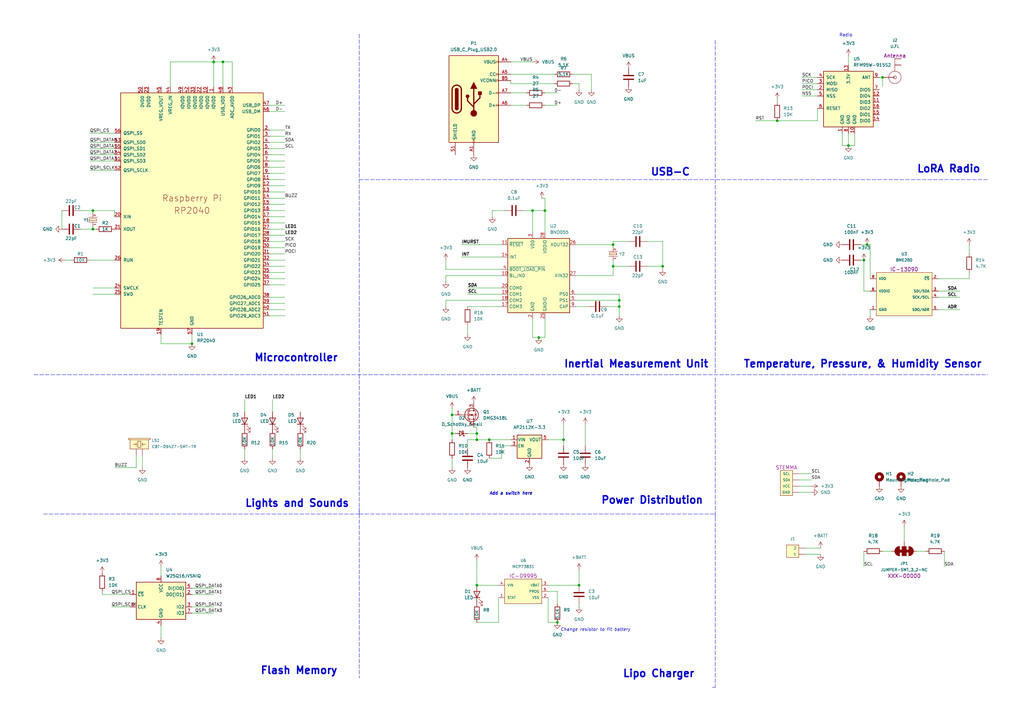
<source format=kicad_sch>
(kicad_sch (version 20211123) (generator eeschema)
  (paper "A3")
  (lib_symbols
    (symbol "Connector:USB_C_Plug_USB2.0" (pin_names (offset 1.016))
      (property "Reference" "P" (at -10.16 19.05 0))
      (property "Value" "USB_C_Plug_USB2.0" (at 12.7 19.05 0))
      (symbol "USB_C_Plug_USB2.0_1_1"
        (pin passive line (at 0 -22.86 90) (length 5.08) (name "GND") (number "A1"))
        (pin passive line (at 0 -22.86 90) (length 5.08) hide (name "GND") (number "A12"))
        (pin passive line (at 15.24 15.24 180) (length 5.08) (name "VBUS") (number "A4"))
        (pin bidirectional line (at 15.24 10.16 180) (length 5.08) (name "CC") (number "A5"))
        (pin bidirectional line (at 15.24 -2.54 180) (length 5.08) (name "D+") (number "A6"))
        (pin bidirectional line (at 15.24 2.54 180) (length 5.08) (name "D-") (number "A7"))
        (pin passive line (at 15.24 15.24 180) (length 5.08) hide (name "VBUS") (number "A9"))
        (pin passive line (at 0 -22.86 90) (length 5.08) hide (name "GND") (number "B1"))
        (pin passive line (at 0 -22.86 90) (length 5.08) hide (name "GND") (number "B12"))
        (pin passive line (at 15.24 15.24 180) (length 5.08) hide (name "VBUS") (number "B4"))
        (pin bidirectional line (at 15.24 7.62 180) (length 5.08) (name "VCONN") (number "B5"))
        (pin passive line (at 15.24 15.24 180) (length 5.08) hide (name "VBUS") (number "B9"))
        (pin passive line (at -7.62 -22.86 90) (length 5.08) (name "SHIELD") (number "S1"))
      )
    )
    (symbol "Device:C" (pin_numbers hide) (pin_names (offset 0.254))
      (property "Reference" "C" (at 0.635 2.54 0))
      (property "Value" "C" (at 0.635 -2.54 0))
      (symbol "C_1_1"
        (pin passive line (at 0 3.81 270) (length 2.794) (name "~") (number "1"))
        (pin passive line (at 0 -3.81 90) (length 2.794) (name "~") (number "2"))
      )
    )
    (symbol "Device:D_Schottky_Small" (pin_numbers hide) (pin_names (offset 0.254) hide)
      (property "Reference" "D" (at -1.27 2.032 0))
      (property "Value" "D_Schottky_Small" (at -7.112 -2.032 0))
      (symbol "D_Schottky_Small_1_1"
        (pin passive line (at -2.54 0 0) (length 1.778) (name "K") (number "1"))
        (pin passive line (at 2.54 0 180) (length 1.778) (name "A") (number "2"))
      )
    )
    (symbol "Device:LED" (pin_numbers hide) (pin_names (offset 1.016) hide)
      (property "Reference" "D" (at 0 2.54 0))
      (property "Value" "LED" (at 0 -2.54 0))
      (symbol "LED_1_1"
        (pin passive line (at -3.81 0 0) (length 2.54) (name "K") (number "1"))
        (pin passive line (at 3.81 0 180) (length 2.54) (name "A") (number "2"))
      )
    )
    (symbol "Device:R" (pin_numbers hide) (pin_names (offset 0))
      (property "Reference" "R" (at 2.032 0 90))
      (property "Value" "R" (at 0 0 90))
      (symbol "R_1_1"
        (pin passive line (at 0 3.81 270) (length 1.27) (name "~") (number "1"))
        (pin passive line (at 0 -3.81 90) (length 1.27) (name "~") (number "2"))
      )
    )
    (symbol "MCU_RaspberryPi_and_Boards:RP2040" (pin_names (offset 1.016))
      (property "Reference" "U" (at -29.21 49.53 0))
      (property "Value" "RP2040" (at 24.13 -49.53 0))
      (symbol "RP2040_0_0"
        (text "Raspberry Pi" (at 0 5.08 0) (effects (font (size 2.54 2.54))))
        (text "RP2040" (at 0 0 0) (effects (font (size 2.54 2.54))))
      )
      (symbol "RP2040_1_1"
        (pin power_in line (at 8.89 50.8 270) (length 2.54) (name "IOVDD") (number "1"))
        (pin power_in line (at 6.35 50.8 270) (length 2.54) (name "IOVDD") (number "10"))
        (pin bidirectional line (at 31.75 12.7 180) (length 2.54) (name "GPIO8") (number "11"))
        (pin bidirectional line (at 31.75 10.16 180) (length 2.54) (name "GPIO9") (number "12"))
        (pin bidirectional line (at 31.75 7.62 180) (length 2.54) (name "GPIO10") (number "13"))
        (pin bidirectional line (at 31.75 5.08 180) (length 2.54) (name "GPIO11") (number "14"))
        (pin bidirectional line (at 31.75 2.54 180) (length 2.54) (name "GPIO12") (number "15"))
        (pin bidirectional line (at 31.75 0 180) (length 2.54) (name "GPIO13") (number "16"))
        (pin bidirectional line (at 31.75 -2.54 180) (length 2.54) (name "GPIO14") (number "17"))
        (pin bidirectional line (at 31.75 -5.08 180) (length 2.54) (name "GPIO15") (number "18"))
        (pin passive line (at -12.7 -50.8 90) (length 2.54) (name "TESTEN") (number "19"))
        (pin bidirectional line (at 31.75 33.02 180) (length 2.54) (name "GPIO0") (number "2"))
        (pin input line (at -31.75 -2.54 0) (length 2.54) (name "XIN") (number "20"))
        (pin passive line (at -31.75 -7.62 0) (length 2.54) (name "XOUT") (number "21"))
        (pin power_in line (at 3.81 50.8 270) (length 2.54) (name "IOVDD") (number "22"))
        (pin power_in line (at -17.78 50.8 270) (length 2.54) (name "DVDD") (number "23"))
        (pin output line (at -31.75 -31.75 0) (length 2.54) (name "SWCLK") (number "24"))
        (pin bidirectional line (at -31.75 -34.29 0) (length 2.54) (name "SWD") (number "25"))
        (pin input line (at -31.75 -20.32 0) (length 2.54) (name "RUN") (number "26"))
        (pin bidirectional line (at 31.75 -7.62 180) (length 2.54) (name "GPIO16") (number "27"))
        (pin bidirectional line (at 31.75 -10.16 180) (length 2.54) (name "GPIO17") (number "28"))
        (pin bidirectional line (at 31.75 -12.7 180) (length 2.54) (name "GPIO18") (number "29"))
        (pin bidirectional line (at 31.75 30.48 180) (length 2.54) (name "GPIO1") (number "3"))
        (pin bidirectional line (at 31.75 -15.24 180) (length 2.54) (name "GPIO19") (number "30"))
        (pin bidirectional line (at 31.75 -17.78 180) (length 2.54) (name "GPIO20") (number "31"))
        (pin bidirectional line (at 31.75 -20.32 180) (length 2.54) (name "GPIO21") (number "32"))
        (pin power_in line (at 1.27 50.8 270) (length 2.54) (name "IOVDD") (number "33"))
        (pin bidirectional line (at 31.75 -22.86 180) (length 2.54) (name "GPIO22") (number "34"))
        (pin bidirectional line (at 31.75 -25.4 180) (length 2.54) (name "GPIO23") (number "35"))
        (pin bidirectional line (at 31.75 -27.94 180) (length 2.54) (name "GPIO24") (number "36"))
        (pin bidirectional line (at 31.75 -30.48 180) (length 2.54) (name "GPIO25") (number "37"))
        (pin bidirectional line (at 31.75 -35.56 180) (length 2.54) (name "GPIO26_ADC0") (number "38"))
        (pin bidirectional line (at 31.75 -38.1 180) (length 2.54) (name "GPIO27_ADC1") (number "39"))
        (pin bidirectional line (at 31.75 27.94 180) (length 2.54) (name "GPIO2") (number "4"))
        (pin bidirectional line (at 31.75 -40.64 180) (length 2.54) (name "GPIO28_ADC2") (number "40"))
        (pin bidirectional line (at 31.75 -43.18 180) (length 2.54) (name "GPIO29_ADC3") (number "41"))
        (pin power_in line (at -1.27 50.8 270) (length 2.54) (name "IOVDD") (number "42"))
        (pin power_in line (at 16.51 50.8 270) (length 2.54) (name "ADC_AVDD") (number "43"))
        (pin power_in line (at -8.89 50.8 270) (length 2.54) (name "VREG_IN") (number "44"))
        (pin power_out line (at -12.7 50.8 270) (length 2.54) (name "VREG_VOUT") (number "45"))
        (pin bidirectional line (at 31.75 40.64 180) (length 2.54) (name "USB_DM") (number "46"))
        (pin bidirectional line (at 31.75 43.18 180) (length 2.54) (name "USB_DP") (number "47"))
        (pin power_in line (at 12.7 50.8 270) (length 2.54) (name "USB_VDD") (number "48"))
        (pin power_in line (at -3.81 50.8 270) (length 2.54) (name "IOVDD") (number "49"))
        (pin bidirectional line (at 31.75 25.4 180) (length 2.54) (name "GPIO3") (number "5"))
        (pin power_in line (at -20.32 50.8 270) (length 2.54) (name "DVDD") (number "50"))
        (pin bidirectional line (at -31.75 20.32 0) (length 2.54) (name "QSPI_SD3") (number "51"))
        (pin output line (at -31.75 16.51 0) (length 2.54) (name "QSPI_SCLK") (number "52"))
        (pin bidirectional line (at -31.75 27.94 0) (length 2.54) (name "QSPI_SD0") (number "53"))
        (pin bidirectional line (at -31.75 22.86 0) (length 2.54) (name "QSPI_SD2") (number "54"))
        (pin bidirectional line (at -31.75 25.4 0) (length 2.54) (name "QSPI_SD1") (number "55"))
        (pin bidirectional line (at -31.75 31.75 0) (length 2.54) (name "QSPI_SS") (number "56"))
        (pin power_in line (at 0 -50.8 90) (length 2.54) (name "GND") (number "57"))
        (pin bidirectional line (at 31.75 22.86 180) (length 2.54) (name "GPIO4") (number "6"))
        (pin bidirectional line (at 31.75 20.32 180) (length 2.54) (name "GPIO5") (number "7"))
        (pin bidirectional line (at 31.75 17.78 180) (length 2.54) (name "GPIO6") (number "8"))
        (pin bidirectional line (at 31.75 15.24 180) (length 2.54) (name "GPIO7") (number "9"))
      )
    )
    (symbol "Mechanical:MountingHole_Pad" (pin_numbers hide) (pin_names (offset 1.016) hide)
      (property "Reference" "H" (at 0 6.35 0))
      (property "Value" "MountingHole_Pad" (at 0 4.445 0))
      (symbol "MountingHole_Pad_1_1"
        (pin input line (at 0 -2.54 90) (length 2.54) (name "1") (number "1"))
      )
    )
    (symbol "Memory_Flash:W25Q32JVSS"
      (property "Reference" "U" (at -8.89 8.89 0))
      (property "Value" "W25Q32JVSS" (at 7.62 8.89 0))
      (symbol "W25Q32JVSS_1_1"
        (pin input line (at -12.7 2.54 0) (length 2.54) (name "~{CS}") (number "1"))
        (pin bidirectional line (at 12.7 2.54 180) (length 2.54) (name "DO(IO1)") (number "2"))
        (pin bidirectional line (at 12.7 -2.54 180) (length 2.54) (name "IO2") (number "3"))
        (pin power_in line (at 0 -10.16 90) (length 2.54) (name "GND") (number "4"))
        (pin bidirectional line (at 12.7 5.08 180) (length 2.54) (name "DI(IO0)") (number "5"))
        (pin input line (at -12.7 -2.54 0) (length 2.54) (name "CLK") (number "6"))
        (pin bidirectional line (at 12.7 -5.08 180) (length 2.54) (name "IO3") (number "7"))
        (pin power_in line (at 0 10.16 270) (length 2.54) (name "VCC") (number "8"))
      )
    )
    (symbol "RF_Module:RFM95W-915S2" (pin_names (offset 1.016))
      (property "Reference" "U" (at -10.414 11.684 0))
      (property "Value" "RFM95W-915S2" (at 1.524 11.43 0))
      (symbol "RFM95W-915S2_1_1"
        (pin power_in line (at -2.54 -15.24 90) (length 2.54) (name "GND") (number "1"))
        (pin power_in line (at 2.54 -15.24 90) (length 2.54) (name "GND") (number "10"))
        (pin bidirectional line (at 12.7 -2.54 180) (length 2.54) (name "DIO3") (number "11"))
        (pin bidirectional line (at 12.7 0 180) (length 2.54) (name "DIO4") (number "12"))
        (pin power_in line (at 0 12.7 270) (length 2.54) (name "3.3V") (number "13"))
        (pin bidirectional line (at 12.7 -10.16 180) (length 2.54) (name "DIO0") (number "14"))
        (pin bidirectional line (at 12.7 -7.62 180) (length 2.54) (name "DIO1") (number "15"))
        (pin bidirectional line (at 12.7 -5.08 180) (length 2.54) (name "DIO2") (number "16"))
        (pin output line (at -12.7 2.54 0) (length 2.54) (name "MISO") (number "2"))
        (pin input line (at -12.7 5.08 0) (length 2.54) (name "MOSI") (number "3"))
        (pin input line (at -12.7 7.62 0) (length 2.54) (name "SCK") (number "4"))
        (pin input line (at -12.7 0 0) (length 2.54) (name "NSS") (number "5"))
        (pin bidirectional line (at -12.7 -5.08 0) (length 2.54) (name "RESET") (number "6"))
        (pin bidirectional line (at 12.7 2.54 180) (length 2.54) (name "DIO5") (number "7"))
        (pin power_in line (at 0 -15.24 90) (length 2.54) (name "GND") (number "8"))
        (pin bidirectional line (at 12.7 7.62 180) (length 2.54) (name "ANT") (number "9"))
      )
    )
    (symbol "Regulator_Linear:AP2112K-3.3" (pin_names (offset 0.254))
      (property "Reference" "U" (at -5.08 5.715 0))
      (property "Value" "AP2112K-3.3" (at 0 5.715 0))
      (symbol "AP2112K-3.3_1_1"
        (pin power_in line (at -7.62 2.54 0) (length 2.54) (name "VIN") (number "1"))
        (pin power_in line (at 0 -7.62 90) (length 2.54) (name "GND") (number "2"))
        (pin input line (at -7.62 0 0) (length 2.54) (name "EN") (number "3"))
        (pin no_connect line (at 5.08 0 180) (length 2.54) hide (name "NC") (number "4"))
        (pin power_out line (at 7.62 2.54 180) (length 2.54) (name "VOUT") (number "5"))
      )
    )
    (symbol "Sensor_Motion:BNO055"
      (property "Reference" "U" (at -11.43 16.51 0))
      (property "Value" "BNO055" (at 12.7 16.51 0))
      (symbol "BNO055_1_1"
        (pin no_connect line (at -12.7 10.16 0) (length 2.54) hide (name "PIN1") (number "1"))
        (pin output line (at -15.24 0 0) (length 2.54) (name "BL_IND") (number "10"))
        (pin input line (at -15.24 12.7 0) (length 2.54) (name "~{RESET}") (number "11"))
        (pin no_connect line (at 12.7 10.16 180) (length 2.54) hide (name "PIN12") (number "12"))
        (pin no_connect line (at 12.7 7.62 180) (length 2.54) hide (name "PIN13") (number "13"))
        (pin output line (at -15.24 7.62 0) (length 2.54) (name "INT") (number "14"))
        (pin passive line (at 2.54 -17.78 90) (length 2.54) hide (name "GNDIO") (number "15"))
        (pin passive line (at 2.54 -17.78 90) (length 2.54) hide (name "GNDIO") (number "16"))
        (pin input line (at -15.24 -12.7 0) (length 2.54) (name "COM3") (number "17"))
        (pin bidirectional line (at -15.24 -10.16 0) (length 2.54) (name "COM2") (number "18"))
        (pin bidirectional line (at -15.24 -7.62 0) (length 2.54) (name "COM1") (number "19"))
        (pin power_in line (at -2.54 -17.78 90) (length 2.54) (name "GND") (number "2"))
        (pin bidirectional line (at -15.24 -5.08 0) (length 2.54) (name "COM0") (number "20"))
        (pin no_connect line (at 12.7 5.08 180) (length 2.54) hide (name "PIN21") (number "21"))
        (pin no_connect line (at 12.7 2.54 180) (length 2.54) hide (name "PIN22") (number "22"))
        (pin no_connect line (at 12.7 -2.54 180) (length 2.54) hide (name "PIN23") (number "23"))
        (pin no_connect line (at 12.7 -5.08 180) (length 2.54) hide (name "PIN24") (number "24"))
        (pin power_in line (at 2.54 -17.78 90) (length 2.54) (name "GNDIO") (number "25"))
        (pin output line (at 15.24 12.7 180) (length 2.54) (name "XOUT32") (number "26"))
        (pin input line (at 15.24 0 180) (length 2.54) (name "XIN32") (number "27"))
        (pin power_in line (at 2.54 17.78 270) (length 2.54) (name "VDDIO") (number "28"))
        (pin power_in line (at -2.54 17.78 270) (length 2.54) (name "VDD") (number "3"))
        (pin input line (at -15.24 2.54 0) (length 2.54) (name "~{BOOT_LOAD_PIN}") (number "4"))
        (pin input line (at 15.24 -10.16 180) (length 2.54) (name "PS1") (number "5"))
        (pin input line (at 15.24 -7.62 180) (length 2.54) (name "PS0") (number "6"))
        (pin no_connect line (at -12.7 5.08 0) (length 2.54) hide (name "PIN7") (number "7"))
        (pin no_connect line (at -12.7 -2.54 0) (length 2.54) hide (name "PIN8") (number "8"))
        (pin passive line (at 15.24 -12.7 180) (length 2.54) (name "CAP") (number "9"))
      )
    )
    (symbol "SparkFun-Clocks:CRYSTAL-12MHZ{dblquote}" (pin_numbers hide) (pin_names (offset 1.016) hide)
      (property "Reference" "Y" (at 0 2.032 0))
      (property "Value" "CRYSTAL-12MHZ{dblquote}" (at 0 -2.032 0))
      (property "Field4" "XTAL-13518" (at 4.064 5.461 0))
      (symbol "CRYSTAL-12MHZ{dblquote}_1_0"
        (text "1" (at -1.8288 -0.7874 0) (effects (font (size 0.6858 0.6858))))
        (text "2" (at 1.8542 -0.7874 0) (effects (font (size 0.6858 0.6858))))
      )
      (symbol "CRYSTAL-12MHZ{dblquote}_1_1"
        (pin passive line (at -2.54 0 0) (length 0) (name "1") (number "1"))
        (pin passive line (at 2.54 0 180) (length 0) (name "2") (number "3"))
      )
    )
    (symbol "SparkFun-Clocks:CRYSTAL-32.768KHZSMD-3.2X1.5" (pin_numbers hide) (pin_names (offset 1.016) hide)
      (property "Reference" "Y" (at 0 2.54 0))
      (property "Value" "CRYSTAL-32.768KHZSMD-3.2X1.5" (at 0 -3.81 0))
      (property "Field4" "XTAL-13062" (at 0 6.35 0))
      (symbol "CRYSTAL-32.768KHZSMD-3.2X1.5_1_0"
        (text "1" (at -1.8288 -0.7874 0) (effects (font (size 0.6858 0.6858))))
        (text "2" (at 1.8542 -0.7874 0) (effects (font (size 0.6858 0.6858))))
      )
      (symbol "CRYSTAL-32.768KHZSMD-3.2X1.5_1_1"
        (pin passive line (at -2.54 0 0) (length 0) (name "1") (number "P$1"))
        (pin passive line (at 2.54 0 180) (length 0) (name "2") (number "P$2"))
      )
    )
    (symbol "SparkFun-Connectors:CONN_02JST-PTH-2" (pin_numbers hide) (pin_names (offset 1.016))
      (property "Reference" "J" (at -5.08 5.08 0))
      (property "Value" "CONN_02JST-PTH-2" (at -5.08 -3.81 0))
      (property "Field4" "CONN-09863" (at 0 8.89 0))
      (symbol "CONN_02JST-PTH-2_1_1"
        (pin passive line (at 2.54 0 180) (length 2.54) (name "1") (number "1"))
        (pin passive line (at 2.54 2.54 180) (length 2.54) (name "2") (number "2"))
      )
    )
    (symbol "SparkFun-Connectors:I2C_STANDARDQWIIC" (pin_numbers hide) (pin_names (offset 1.016))
      (property "Reference" "J" (at -5.08 10.16 0))
      (property "Value" "I2C_STANDARDQWIIC" (at -5.08 -3.81 0))
      (property "Field4" "CONN-13729" (at 0 13.97 0))
      (symbol "I2C_STANDARDQWIIC_1_1"
        (pin power_in line (at 2.54 0 180) (length 2.54) (name "GND") (number "1"))
        (pin power_in line (at 2.54 2.54 180) (length 2.54) (name "VCC") (number "2"))
        (pin passive line (at 2.54 5.08 180) (length 2.54) (name "SDA") (number "3"))
        (pin passive line (at 2.54 7.62 180) (length 2.54) (name "SCL") (number "4"))
      )
    )
    (symbol "SparkFun-Connectors:U.FL" (pin_numbers hide) (pin_names (offset 1.016) hide)
      (property "Reference" "J" (at -3.81 3.81 0))
      (property "Value" "U.FL" (at 2.54 -2.54 0))
      (property "Field4" "CONN-09193" (at 0 7.62 0))
      (symbol "U.FL_1_1"
        (pin bidirectional line (at -2.54 -5.08 0) (length 2.54) (name "GND") (number "1"))
        (pin bidirectional line (at -2.54 -7.62 0) (length 2.54) (name "GND") (number "2"))
        (pin bidirectional line (at 5.08 0 180) (length 5.08) (name "SIGNAL") (number "FEED"))
      )
    )
    (symbol "SparkFun-Electromechanical:BUZZER-SMD_KIT" (pin_numbers hide) (pin_names (offset 1.016) hide)
      (property "Reference" "LS" (at -3.81 5.08 0))
      (property "Value" "BUZZER-SMD_KIT" (at 3.81 -2.54 0))
      (property "Field4" "COMP-08568" (at 0 8.89 0))
      (symbol "BUZZER-SMD_KIT_1_1"
        (pin passive line (at 0 -2.54 90) (length 2.54) (name "1") (number "+"))
        (pin passive line (at 2.54 -2.54 90) (length 2.54) (name "2") (number "-"))
      )
    )
    (symbol "SparkFun-IC-Power:MCP73831" (pin_names (offset 1.016))
      (property "Reference" "U" (at -7.62 6.35 0))
      (property "Value" "MCP73831" (at -7.62 -7.62 0))
      (property "Field4" "IC-09995" (at 0 8.89 0))
      (symbol "MCP73831_1_1"
        (pin output line (at -10.16 -2.54 0) (length 2.54) (name "STAT") (number "1"))
        (pin power_in line (at 10.16 -2.54 180) (length 2.54) (name "VSS") (number "2"))
        (pin power_in line (at 10.16 2.54 180) (length 2.54) (name "VBAT") (number "3"))
        (pin power_in line (at -10.16 2.54 0) (length 2.54) (name "VIN") (number "4"))
        (pin input line (at 10.16 0 180) (length 2.54) (name "PROG") (number "5"))
      )
    )
    (symbol "SparkFun-Jumpers:JUMPER-SMT_3_2-NC" (pin_numbers hide) (pin_names (offset 1.016) hide)
      (property "Reference" "JP" (at 2.54 1.27 0))
      (property "Value" "JUMPER-SMT_3_2-NC" (at 2.54 -2.54 0))
      (property "PROD_ID" "XXX-00000" (at 0 7.62 0))
      (symbol "JUMPER-SMT_3_2-NC_1_1"
        (pin passive line (at 0 5.08 270) (length 2.54) (name "1") (number "1"))
        (pin passive line (at -3.81 0 0) (length 2.54) (name "2") (number "2"))
        (pin passive line (at 0 -5.08 90) (length 2.54) (name "3") (number "3"))
      )
    )
    (symbol "SparkFun-Sensors:BME280" (pin_names (offset 1.016))
      (property "Reference" "U" (at -11.43 8.89 0))
      (property "Value" "BME280" (at -11.43 -12.7 0))
      (property "Field4" "IC-13090" (at 0 12.7 0))
      (symbol "BME280_1_1"
        (pin bidirectional line (at -13.97 -7.62 0) (length 2.54) (name "GND") (number "1"))
        (pin bidirectional line (at 13.97 5.08 180) (length 2.54) (name "~{CS}") (number "2"))
        (pin bidirectional line (at 13.97 0 180) (length 2.54) (name "SDI/SDA") (number "3"))
        (pin bidirectional line (at 13.97 -2.54 180) (length 2.54) (name "SCK/SCL") (number "4"))
        (pin bidirectional line (at 13.97 -7.62 180) (length 2.54) (name "SDO/ADR") (number "5"))
        (pin bidirectional line (at -13.97 0 0) (length 2.54) (name "VDDIO") (number "6"))
        (pin bidirectional line (at -13.97 -7.62 0) (length 2.54) hide (name "GND") (number "7"))
        (pin bidirectional line (at -13.97 5.08 0) (length 2.54) (name "VDD") (number "8"))
      )
    )
    (symbol "Transistor_FET:DMG3418L" (pin_names hide)
      (property "Reference" "Q" (at 5.08 1.905 0))
      (property "Value" "DMG3418L" (at 5.08 0 0))
      (symbol "DMG3418L_1_1"
        (pin input line (at -5.08 0 0) (length 2.54) (name "G") (number "1"))
        (pin passive line (at 2.54 -5.08 90) (length 2.54) (name "S") (number "2"))
        (pin passive line (at 2.54 5.08 270) (length 2.54) (name "D") (number "3"))
      )
    )
    (symbol "power:+3.3V" (power) (pin_names (offset 0))
      (property "Value" "+3.3V" (at 0 3.556 0))
      (symbol "+3.3V_1_1"
        (pin power_in line (at 0 0 90) (length 0) hide (name "+3V3") (number "1"))
      )
    )
    (symbol "power:+BATT" (power) (pin_names (offset 0))
      (property "Value" "+BATT" (at 0 3.556 0))
      (symbol "+BATT_1_1"
        (pin power_in line (at 0 0 90) (length 0) hide (name "+BATT") (number "1"))
      )
    )
    (symbol "power:GND" (power) (pin_names (offset 0))
      (property "Value" "GND" (at 0 -3.81 0))
      (symbol "GND_1_1"
        (pin power_in line (at 0 0 270) (length 0) hide (name "GND") (number "1"))
      )
    )
    (symbol "power:VBUS" (power) (pin_names (offset 0))
      (property "Value" "VBUS" (at 0 3.81 0))
      (symbol "VBUS_1_1"
        (pin power_in line (at 0 0 90) (length 0) hide (name "VBUS") (number "1"))
      )
    )
  )
  (junction (at 254 123.19))
  (junction (at 347.98 59.69))
  (junction (at 200.66 180.34))
  (junction (at 318.77 49.53))
  (junction (at 223.52 86.36))
  (junction (at 271.78 109.22))
  (junction (at 251.46 109.22))
  (junction (at 195.58 240.03))
  (junction (at 251.46 100.33))
  (junction (at 91.44 25.4))
  (junction (at 78.74 140.97))
  (junction (at 220.98 138.43))
  (junction (at 195.58 180.34))
  (junction (at 228.6 255.27))
  (junction (at 195.58 177.8))
  (junction (at 185.42 170.18))
  (junction (at 231.14 180.34))
  (junction (at 38.1 86.36))
  (junction (at 361.95 31.75))
  (junction (at 354.33 106.68))
  (junction (at 237.49 240.03))
  (junction (at 254 125.73))
  (junction (at 87.63 25.4))
  (junction (at 185.42 177.8))
  (junction (at 218.44 86.36))
  (junction (at 38.1 93.98))
  (junction (at 355.6 100.33))
  (wire (pts (xy 223.52 138.43) (xy 220.98 138.43)))
  (wire (pts (xy 271.78 109.22) (xy 271.78 110.49)))
  (wire (pts (xy 185.42 170.18) (xy 186.69 170.18)))
  (wire (pts (xy 66.04 232.41) (xy 66.04 236.22)))
  (wire (pts (xy 110.49 106.68) (xy 116.84 106.68)))
  (wire (pts (xy 254 125.73) (xy 254 129.54)))
  (wire (pts (xy 110.49 78.74) (xy 116.84 78.74)))
  (wire (pts (xy 237.49 34.29) (xy 237.49 36.83)))
  (wire (pts (xy 110.49 93.98) (xy 116.84 93.98)))
  (wire (pts (xy 236.22 100.33) (xy 251.46 100.33)))
  (wire (pts (xy 224.79 245.11) (xy 224.79 255.27)))
  (wire (pts (xy 354.33 106.68) (xy 353.06 106.68)))
  (wire (pts (xy 209.55 43.18) (xy 215.9 43.18)))
  (wire (pts (xy 25.4 86.36) (xy 25.4 93.98)))
  (wire (pts (xy 327.66 199.39) (xy 332.74 199.39)))
  (wire (pts (xy 397.51 111.76) (xy 397.51 114.3)))
  (wire (pts (xy 46.99 191.77) (xy 55.88 191.77)))
  (wire (pts (xy 38.1 120.65) (xy 46.99 120.65)))
  (wire (pts (xy 110.49 73.66) (xy 116.84 73.66)))
  (wire (pts (xy 209.55 182.88) (xy 205.74 182.88)))
  (wire (pts (xy 110.49 91.44) (xy 116.84 91.44)))
  (wire (pts (xy 328.93 34.29) (xy 335.28 34.29)))
  (wire (pts (xy 185.42 167.64) (xy 185.42 170.18)))
  (wire (pts (xy 189.23 105.41) (xy 205.74 105.41)))
  (wire (pts (xy 354.33 119.38) (xy 354.33 106.68)))
  (wire (pts (xy 33.02 86.36) (xy 38.1 86.36)))
  (wire (pts (xy 227.33 34.29) (xy 209.55 34.29)))
  (wire (pts (xy 78.74 137.16) (xy 78.74 140.97)))
  (polyline (pts (xy 293.37 154.94) (xy 293.37 281.94)))
  (wire (pts (xy 218.44 86.36) (xy 223.52 86.36)))
  (wire (pts (xy 110.49 66.04) (xy 116.84 66.04)))
  (wire (pts (xy 384.81 121.92) (xy 393.7 121.92)))
  (wire (pts (xy 354.33 226.06) (xy 354.33 232.41)))
  (wire (pts (xy 38.1 93.98) (xy 39.37 93.98)))
  (wire (pts (xy 195.58 255.27) (xy 204.47 255.27)))
  (wire (pts (xy 387.35 226.06) (xy 387.35 232.41)))
  (wire (pts (xy 223.52 81.28) (xy 223.52 86.36)))
  (wire (pts (xy 397.51 100.33) (xy 397.51 104.14)))
  (wire (pts (xy 224.79 180.34) (xy 231.14 180.34)))
  (wire (pts (xy 111.76 184.15) (xy 111.76 187.96)))
  (wire (pts (xy 191.77 180.34) (xy 191.77 184.15)))
  (wire (pts (xy 361.95 31.75) (xy 361.95 35.56)))
  (wire (pts (xy 36.83 63.5) (xy 46.99 63.5)))
  (wire (pts (xy 53.34 243.84) (xy 41.91 243.84)))
  (wire (pts (xy 209.55 38.1) (xy 215.9 38.1)))
  (wire (pts (xy 231.14 173.99) (xy 231.14 180.34)))
  (wire (pts (xy 236.22 120.65) (xy 254 120.65)))
  (wire (pts (xy 205.74 182.88) (xy 205.74 187.96)))
  (wire (pts (xy 185.42 177.8) (xy 186.69 177.8)))
  (wire (pts (xy 110.49 116.84) (xy 116.84 116.84)))
  (wire (pts (xy 110.49 101.6) (xy 116.84 101.6)))
  (wire (pts (xy 66.04 140.97) (xy 78.74 140.97)))
  (wire (pts (xy 110.49 53.34) (xy 116.84 53.34)))
  (wire (pts (xy 207.01 86.36) (xy 201.93 86.36)))
  (wire (pts (xy 110.49 96.52) (xy 116.84 96.52)))
  (wire (pts (xy 36.83 69.85) (xy 46.99 69.85)))
  (wire (pts (xy 224.79 240.03) (xy 237.49 240.03)))
  (polyline (pts (xy 147.32 13.97) (xy 147.32 153.67)))
  (wire (pts (xy 218.44 130.81) (xy 218.44 138.43)))
  (wire (pts (xy 257.81 99.06) (xy 251.46 99.06)))
  (wire (pts (xy 350.52 59.69) (xy 347.98 59.69)))
  (wire (pts (xy 95.25 35.56) (xy 95.25 25.4)))
  (wire (pts (xy 110.49 114.3) (xy 116.84 114.3)))
  (wire (pts (xy 110.49 81.28) (xy 116.84 81.28)))
  (wire (pts (xy 110.49 86.36) (xy 116.84 86.36)))
  (wire (pts (xy 356.87 100.33) (xy 356.87 114.3)))
  (wire (pts (xy 265.43 99.06) (xy 271.78 99.06)))
  (wire (pts (xy 318.77 40.64) (xy 318.77 41.91)))
  (wire (pts (xy 189.23 100.33) (xy 205.74 100.33)))
  (wire (pts (xy 254 120.65) (xy 254 123.19)))
  (wire (pts (xy 110.49 71.12) (xy 116.84 71.12)))
  (polyline (pts (xy 17.78 210.82) (xy 147.32 210.82)))
  (polyline (pts (xy 147.32 210.82) (xy 147.32 208.28)))
  (wire (pts (xy 191.77 118.11) (xy 205.74 118.11)))
  (wire (pts (xy 33.02 93.98) (xy 38.1 93.98)))
  (wire (pts (xy 370.84 215.9) (xy 370.84 222.25)))
  (wire (pts (xy 209.55 25.4) (xy 218.44 25.4)))
  (wire (pts (xy 350.52 54.61) (xy 350.52 59.69)))
  (wire (pts (xy 66.04 137.16) (xy 66.04 140.97)))
  (wire (pts (xy 209.55 34.29) (xy 209.55 33.02)))
  (wire (pts (xy 234.95 30.48) (xy 242.57 30.48)))
  (wire (pts (xy 38.1 86.36) (xy 38.1 87.63)))
  (wire (pts (xy 214.63 86.36) (xy 218.44 86.36)))
  (wire (pts (xy 78.74 241.3) (xy 87.63 241.3)))
  (wire (pts (xy 195.58 177.8) (xy 195.58 180.34)))
  (wire (pts (xy 110.49 127) (xy 116.84 127)))
  (wire (pts (xy 254 123.19) (xy 254 125.73)))
  (wire (pts (xy 330.2 227.33) (xy 336.55 227.33)))
  (wire (pts (xy 222.25 81.28) (xy 223.52 81.28)))
  (wire (pts (xy 360.68 31.75) (xy 361.95 31.75)))
  (wire (pts (xy 204.47 255.27) (xy 204.47 245.11)))
  (wire (pts (xy 26.67 106.68) (xy 29.21 106.68)))
  (wire (pts (xy 200.66 180.34) (xy 209.55 180.34)))
  (wire (pts (xy 45.72 248.92) (xy 53.34 248.92)))
  (wire (pts (xy 110.49 124.46) (xy 116.84 124.46)))
  (wire (pts (xy 353.06 100.33) (xy 355.6 100.33)))
  (wire (pts (xy 251.46 109.22) (xy 257.81 109.22)))
  (wire (pts (xy 345.44 59.69) (xy 347.98 59.69)))
  (wire (pts (xy 234.95 34.29) (xy 237.49 34.29)))
  (wire (pts (xy 309.88 49.53) (xy 318.77 49.53)))
  (wire (pts (xy 328.93 36.83) (xy 335.28 36.83)))
  (wire (pts (xy 100.33 184.15) (xy 100.33 187.96)))
  (wire (pts (xy 271.78 99.06) (xy 271.78 109.22)))
  (wire (pts (xy 185.42 170.18) (xy 185.42 177.8)))
  (wire (pts (xy 191.77 177.8) (xy 195.58 177.8)))
  (wire (pts (xy 38.1 92.71) (xy 38.1 93.98)))
  (wire (pts (xy 185.42 177.8) (xy 185.42 180.34)))
  (wire (pts (xy 205.74 110.49) (xy 182.88 110.49)))
  (wire (pts (xy 78.74 243.84) (xy 87.63 243.84)))
  (wire (pts (xy 384.81 119.38) (xy 393.7 119.38)))
  (wire (pts (xy 318.77 49.53) (xy 335.28 49.53)))
  (wire (pts (xy 335.28 49.53) (xy 335.28 44.45)))
  (wire (pts (xy 236.22 113.03) (xy 251.46 113.03)))
  (wire (pts (xy 242.57 30.48) (xy 242.57 36.83)))
  (polyline (pts (xy 147.32 210.82) (xy 293.37 210.82)))
  (wire (pts (xy 185.42 187.96) (xy 185.42 191.77)))
  (wire (pts (xy 110.49 111.76) (xy 116.84 111.76)))
  (wire (pts (xy 36.83 58.42) (xy 46.99 58.42)))
  (wire (pts (xy 58.42 186.69) (xy 58.42 191.77)))
  (polyline (pts (xy 147.32 153.67) (xy 147.32 278.13)))
  (wire (pts (xy 251.46 109.22) (xy 251.46 113.03)))
  (wire (pts (xy 38.1 86.36) (xy 46.99 86.36)))
  (wire (pts (xy 356.87 100.33) (xy 355.6 100.33)))
  (wire (pts (xy 375.92 226.06) (xy 379.73 226.06)))
  (wire (pts (xy 223.52 130.81) (xy 223.52 138.43)))
  (wire (pts (xy 209.55 30.48) (xy 227.33 30.48)))
  (wire (pts (xy 191.77 180.34) (xy 195.58 180.34)))
  (wire (pts (xy 191.77 120.65) (xy 205.74 120.65)))
  (wire (pts (xy 345.44 54.61) (xy 345.44 59.69)))
  (wire (pts (xy 248.92 125.73) (xy 254 125.73)))
  (wire (pts (xy 110.49 129.54) (xy 116.84 129.54)))
  (wire (pts (xy 195.58 240.03) (xy 204.47 240.03)))
  (wire (pts (xy 66.04 256.54) (xy 66.04 261.62)))
  (wire (pts (xy 69.85 25.4) (xy 87.63 25.4)))
  (wire (pts (xy 327.66 196.85) (xy 332.74 196.85)))
  (wire (pts (xy 36.83 54.61) (xy 46.99 54.61)))
  (wire (pts (xy 191.77 133.35) (xy 191.77 137.16)))
  (wire (pts (xy 347.98 54.61) (xy 347.98 59.69)))
  (wire (pts (xy 95.25 25.4) (xy 91.44 25.4)))
  (wire (pts (xy 38.1 118.11) (xy 46.99 118.11)))
  (wire (pts (xy 195.58 175.26) (xy 195.58 177.8)))
  (polyline (pts (xy 147.32 73.66) (xy 405.13 73.66)))
  (wire (pts (xy 356.87 127) (xy 356.87 129.54)))
  (wire (pts (xy 78.74 248.92) (xy 87.63 248.92)))
  (polyline (pts (xy 292.1 281.94) (xy 293.37 281.94)))
  (wire (pts (xy 328.93 31.75) (xy 335.28 31.75)))
  (wire (pts (xy 223.52 43.18) (xy 228.6 43.18)))
  (wire (pts (xy 223.52 38.1) (xy 228.6 38.1)))
  (wire (pts (xy 228.6 242.57) (xy 228.6 247.65)))
  (wire (pts (xy 347.98 22.86) (xy 347.98 26.67)))
  (wire (pts (xy 46.99 88.9) (xy 46.99 86.36)))
  (wire (pts (xy 251.46 99.06) (xy 251.46 100.33)))
  (wire (pts (xy 194.31 175.26) (xy 195.58 175.26)))
  (wire (pts (xy 384.81 114.3) (xy 397.51 114.3)))
  (wire (pts (xy 110.49 121.92) (xy 116.84 121.92)))
  (wire (pts (xy 41.91 243.84) (xy 41.91 242.57)))
  (wire (pts (xy 356.87 119.38) (xy 354.33 119.38)))
  (wire (pts (xy 205.74 113.03) (xy 182.88 113.03)))
  (wire (pts (xy 36.83 66.04) (xy 46.99 66.04)))
  (wire (pts (xy 110.49 68.58) (xy 116.84 68.58)))
  (wire (pts (xy 110.49 63.5) (xy 116.84 63.5)))
  (wire (pts (xy 110.49 88.9) (xy 116.84 88.9)))
  (wire (pts (xy 361.95 226.06) (xy 365.76 226.06)))
  (polyline (pts (xy 293.37 16.51) (xy 293.37 153.67)))
  (wire (pts (xy 110.49 43.18) (xy 116.84 43.18)))
  (wire (pts (xy 182.88 123.19) (xy 205.74 123.19)))
  (wire (pts (xy 223.52 86.36) (xy 223.52 95.25)))
  (wire (pts (xy 327.66 201.93) (xy 332.74 201.93)))
  (wire (pts (xy 110.49 109.22) (xy 116.84 109.22)))
  (polyline (pts (xy 13.97 153.67) (xy 405.13 153.67)))
  (wire (pts (xy 218.44 86.36) (xy 218.44 95.25)))
  (wire (pts (xy 327.66 194.31) (xy 332.74 194.31)))
  (wire (pts (xy 195.58 180.34) (xy 200.66 180.34)))
  (wire (pts (xy 236.22 123.19) (xy 254 123.19)))
  (wire (pts (xy 110.49 58.42) (xy 116.84 58.42)))
  (wire (pts (xy 69.85 35.56) (xy 69.85 25.4)))
  (wire (pts (xy 251.46 106.68) (xy 251.46 109.22)))
  (wire (pts (xy 110.49 104.14) (xy 116.84 104.14)))
  (wire (pts (xy 91.44 25.4) (xy 87.63 25.4)))
  (wire (pts (xy 46.99 106.68) (xy 36.83 106.68)))
  (wire (pts (xy 182.88 106.68) (xy 182.88 110.49)))
  (wire (pts (xy 205.74 187.96) (xy 200.66 187.96)))
  (wire (pts (xy 123.19 184.15) (xy 123.19 187.96)))
  (wire (pts (xy 265.43 109.22) (xy 271.78 109.22)))
  (wire (pts (xy 110.49 99.06) (xy 116.84 99.06)))
  (wire (pts (xy 111.76 163.83) (xy 111.76 168.91)))
  (polyline (pts (xy 293.37 210.82) (xy 293.37 212.09)))
  (wire (pts (xy 182.88 123.19) (xy 182.88 125.73)))
  (wire (pts (xy 236.22 125.73) (xy 241.3 125.73)))
  (wire (pts (xy 110.49 76.2) (xy 116.84 76.2)))
  (wire (pts (xy 110.49 45.72) (xy 116.84 45.72)))
  (wire (pts (xy 91.44 35.56) (xy 91.44 25.4)))
  (wire (pts (xy 237.49 233.68) (xy 237.49 240.03)))
  (wire (pts (xy 100.33 163.83) (xy 100.33 168.91)))
  (wire (pts (xy 224.79 242.57) (xy 228.6 242.57)))
  (wire (pts (xy 191.77 125.73) (xy 205.74 125.73)))
  (wire (pts (xy 78.74 251.46) (xy 87.63 251.46)))
  (wire (pts (xy 328.93 39.37) (xy 335.28 39.37)))
  (wire (pts (xy 110.49 60.96) (xy 116.84 60.96)))
  (wire (pts (xy 110.49 55.88) (xy 116.84 55.88)))
  (wire (pts (xy 237.49 247.65) (xy 237.49 248.92)))
  (wire (pts (xy 110.49 83.82) (xy 116.84 83.82)))
  (wire (pts (xy 87.63 25.4) (xy 87.63 35.56)))
  (wire (pts (xy 182.88 113.03) (xy 182.88 115.57)))
  (wire (pts (xy 201.93 86.36) (xy 201.93 88.9)))
  (wire (pts (xy 251.46 100.33) (xy 251.46 101.6)))
  (wire (pts (xy 195.58 229.87) (xy 195.58 240.03)))
  (wire (pts (xy 218.44 138.43) (xy 220.98 138.43)))
  (wire (pts (xy 224.79 255.27) (xy 228.6 255.27)))
  (wire (pts (xy 384.81 127) (xy 393.7 127)))
  (wire (pts (xy 240.03 173.99) (xy 240.03 182.88)))
  (wire (pts (xy 231.14 180.34) (xy 231.14 182.88)))
  (wire (pts (xy 36.83 60.96) (xy 46.99 60.96)))
  (wire (pts (xy 55.88 186.69) (xy 55.88 191.77)))
  (wire (pts (xy 330.2 224.79) (xy 336.55 224.79)))
  (text "Radio" (at 344.17 15.24 0) (effects (font (size 1.27 1.27)) (justify left bottom)))
  (text "Add a switch here" (at 200.66 203.2 0) (effects (font (size 1.27 1.27) (thickness 0.254) bold italic) (justify left bottom)))
  (text "Microcontroller" (at 104.14 148.59 0) (effects (font (size 3 3) (thickness 0.6) bold) (justify left bottom)))
  (text "Flash Memory" (at 106.68 276.86 0) (effects (font (size 3 3) bold) (justify left bottom)))
  (text "Power Distribution" (at 246.38 207.01 0) (effects (font (size 3 3) bold) (justify left bottom)))
  (text "Inertial Measurement Unit" (at 231.14 151.13 0) (effects (font (size 3 3) bold) (justify left bottom)))
  (text "Lipo Charger" (at 255.27 278.13 0) (effects (font (size 3 3) bold) (justify left bottom)))
  (text "LoRA Radio" (at 375.92 71.12 0) (effects (font (size 3 3) bold) (justify left bottom)))
  (text "Lights and Sounds\n" (at 100.33 208.28 0) (effects (font (size 3 3) bold) (justify left bottom)))
  (text "USB-C" (at 266.7 72.39 0) (effects (font (size 3 3) bold) (justify left bottom)))
  (text "Temperature, Pressure, & Humidity Sensor" (at 304.8 151.13 0) (effects (font (size 3 3) bold) (justify left bottom)))
  (text "Change resistor to fit battery" (at 229.87 259.08 0) (effects (font (size 1.27 1.27) italic) (justify left bottom)))
  (label "VBUS" (at 213.36 25.4 0))
  (label "QSPI_DATA3" (at 80.01 251.46 0))
  (label "BUZZ" (at 46.99 191.77 0))
  (label "D-" (at 113.03 45.72 0))
  (label "LED2" (at 111.76 163.83 0) (effects (font bold)))
  (label "RX" (at 116.84 55.88 0))
  (label "QSPI_DATA3" (at 36.83 66.04 0))
  (label "NSS" (at 328.93 39.37 0))
  (label "QSPI_DATA0" (at 80.01 241.3 0))
  (label "SCK" (at 328.93 31.75 0))
  (label "BUZZ" (at 116.84 81.28 0))
  (label "QSPI_CS" (at 45.72 243.84 0))
  (label "SDA" (at 387.35 232.41 0))
  (label "D+" (at 113.03 43.18 0))
  (label "SDA" (at 116.84 58.42 0))
  (label "QSPI_SCLK" (at 36.83 69.85 0))
  (label "RST" (at 309.88 49.53 0))
  (label "SCL" (at 332.74 194.31 0))
  (label "LED1" (at 116.84 93.98 0) (effects (font bold)))
  (label "ADR" (at 388.62 127 0) (effects (font bold)))
  (label "SCL" (at 388.62 121.92 0) (effects (font bold)))
  (label "SCL" (at 191.77 120.65 0) (effects (font bold italic)))
  (label "QSPI_SCLK" (at 45.72 248.92 0))
  (label "SDA" (at 388.62 119.38 0) (effects (font bold)))
  (label "SCL" (at 116.84 60.96 0))
  (label "LED2" (at 116.84 96.52 0) (effects (font bold)))
  (label "POCI" (at 116.84 104.14 0))
  (label "LED1" (at 100.33 163.83 0) (effects (font bold)))
  (label "QSPI_DATA0" (at 36.83 58.42 0))
  (label "QSPI_DATA2" (at 36.83 63.5 0))
  (label "TX" (at 116.84 53.34 0))
  (label "SDA" (at 332.74 196.85 0))
  (label "PICO" (at 328.93 34.29 0))
  (label "QSPI_CS" (at 36.83 54.61 0))
  (label "QSPI_DATA2" (at 80.01 248.92 0))
  (label "D-" (at 227.33 38.1 0))
  (label "D+" (at 227.33 43.18 0))
  (label "PICO" (at 116.84 101.6 0))
  (label "QSPI_DATA1" (at 36.83 60.96 0))
  (label "IMURST" (at 189.23 100.33 0) (effects (font bold italic)))
  (label "SCK" (at 116.84 99.06 0))
  (label "SDA" (at 191.77 118.11 0) (effects (font bold italic)))
  (label "QSPI_DATA1" (at 80.01 243.84 0))
  (label "POCI" (at 328.93 36.83 0))
  (label "INT" (at 189.23 105.41 0) (effects (font bold italic)))
  (label "SCL" (at 354.33 232.41 0))
  (symbol (lib_id "Device:R") (at 123.19 180.34 0) (unit 1)
    (property "Reference" "R20" (at 125.73 181.61 0) (effects (justify left)))
    (property "Value" "10K" (at 123.19 182.88 90) (effects (justify left)))
    (property "Footprint" "Resistor_SMD:R_0402_1005Metric" (effects hide))
  )
  (symbol (lib_id "power:GND") (at 240.03 190.5 0) (unit 1)
    (property "Reference" "#PWR0128" (effects hide))
    (property "Value" "GND" (at 240.03 195.58 0))
  )
  (symbol (lib_id "power:+BATT") (at 237.49 233.68 0) (unit 1)
    (property "Reference" "#PWR0119" (effects hide))
    (property "Value" "+BATT" (at 237.49 228.6 0))
  )
  (symbol (lib_id "Device:C") (at 257.81 31.75 0) (unit 1)
    (property "Reference" "C7" (at 261.62 30.4799 0) (effects (justify left)))
    (property "Value" "1uF" (at 261.62 33.0199 0) (effects (justify left)))
    (property "Footprint" "Capacitor_SMD:C_0402_1005Metric" (effects hide))
  )
  (symbol (lib_id "Device:C") (at 231.14 186.69 0) (unit 1)
    (property "Reference" "C5" (at 234.95 185.4199 0) (effects (justify left)))
    (property "Value" "10uF" (at 234.95 187.9599 0) (effects (justify left)))
    (property "Footprint" "Capacitor_SMD:C_0402_1005Metric" (effects hide))
  )
  (symbol (lib_id "power:GND") (at 336.55 227.33 0) (unit 1)
    (property "Reference" "#PWR0117" (effects hide))
    (property "Value" "GND" (at 336.55 232.41 0))
  )
  (symbol (lib_id "power:GND") (at 347.98 59.69 0) (unit 1)
    (property "Reference" "#PWR0148" (effects hide))
    (property "Value" "GND" (at 347.98 64.77 0))
  )
  (symbol (lib_id "power:GND") (at 78.74 140.97 0) (unit 1)
    (property "Reference" "#PWR0104" (effects hide))
    (property "Value" "GND" (at 78.74 146.05 0))
  )
  (symbol (lib_id "power:GND") (at 123.19 187.96 0) (unit 1)
    (property "Reference" "#PWR0153" (effects hide))
    (property "Value" "GND" (at 123.19 193.04 0))
  )
  (symbol (lib_id "power:+3.3V") (at 182.88 106.68 0) (unit 1)
    (property "Reference" "#PWR0135" (effects hide))
    (property "Value" "+3.3V" (at 182.88 101.6 0))
  )
  (symbol (lib_id "Sensor_Motion:BNO055") (at 220.98 113.03 0) (unit 1)
    (property "Reference" "U2" (at 225.5394 92.71 0) (effects (justify left)))
    (property "Value" "BNO055" (at 225.5394 95.25 0) (effects (justify left)))
    (property "Footprint" "Package_LGA:LGA-28_5.2x3.8mm_P0.5mm" (effects hide))
    (property "Datasheet" "https://ae-bst.resource.bosch.com/media/_tech/media/datasheets/BST_BNO055_DS000_14.pdf" (effects hide))
  )
  (symbol (lib_id "Device:C") (at 349.25 100.33 90) (unit 1)
    (property "Reference" "C11" (at 349.25 92.71 90))
    (property "Value" "100nF" (at 349.25 95.25 90))
    (property "Footprint" "Capacitor_SMD:C_0402_1005Metric" (effects hide))
  )
  (symbol (lib_id "power:GND") (at 201.93 88.9 0) (unit 1)
    (property "Reference" "#PWR0155" (effects hide))
    (property "Value" "GND" (at 201.93 93.98 0))
  )
  (symbol (lib_id "Regulator_Linear:AP2112K-3.3") (at 217.17 182.88 0) (unit 1)
    (property "Reference" "U7" (at 217.17 172.72 0))
    (property "Value" "AP2112K-3.3" (at 217.17 175.26 0))
    (property "Footprint" "Package_TO_SOT_SMD:SOT-23-5" (effects hide))
    (property "Datasheet" "https://www.diodes.com/assets/Datasheets/AP2112.pdf" (effects hide))
  )
  (symbol (lib_id "Device:C") (at 237.49 243.84 0) (unit 1)
    (property "Reference" "C3" (at 241.3 242.5699 0) (effects (justify left)))
    (property "Value" "10uF" (at 241.3 245.1099 0) (effects (justify left)))
    (property "Footprint" "Capacitor_SMD:C_0402_1005Metric" (effects hide))
  )
  (symbol (lib_id "SparkFun-Clocks:CRYSTAL-32.768KHZSMD-3.2X1.5") (at 251.46 104.14 90) (unit 1)
    (property "Reference" "Y2" (at 254 104.14 90) (effects (font (size 1.143 1.143)) (justify right)))
    (property "Value" "CRYSTAL-32.768KHZSMD-3.2X1.5" (effects hide))
    (property "Footprint" "CRYSTAL-SMD-3.2X1.5MM" (effects hide))
    (property "Field4" "XTAL-13062" (effects hide))
  )
  (symbol (lib_id "power:GND") (at 345.44 106.68 270) (unit 1)
    (property "Reference" "#PWR0141" (effects hide))
    (property "Value" "GND" (at 341.63 106.6799 90) (effects (justify right)))
  )
  (symbol (lib_id "Memory_Flash:W25Q32JVSS") (at 66.04 246.38 0) (unit 1)
    (property "Reference" "U4" (at 68.0594 233.68 0) (effects (justify left)))
    (property "Value" "W25Q16JVSNIQ" (at 68.0594 236.22 0) (effects (justify left)))
    (property "Footprint" "Package_SO:SOIC-8_3.9x4.9mm_P1.27mm" (effects hide))
    (property "Datasheet" "http://www.winbond.com/resource-files/w25q32jv%20revg%2003272018%20plus.pdf" (effects hide))
  )
  (symbol (lib_id "power:VBUS") (at 195.58 229.87 0) (unit 1)
    (property "Reference" "#PWR0121" (effects hide))
    (property "Value" "VBUS" (at 195.58 224.79 0))
  )
  (symbol (lib_id "Mechanical:MountingHole_Pad") (at 360.68 196.85 0) (unit 1)
    (property "Reference" "H1" (at 363.22 194.3099 0) (effects (justify left)))
    (property "Value" "MountingHole_Pad" (at 363.22 196.8499 0) (effects (justify left)))
    (property "Footprint" "MountingHole:MountingHole_2.2mm_M2_DIN965_Pad_TopBottom" (effects hide))
  )
  (symbol (lib_id "power:GND") (at 111.76 187.96 0) (unit 1)
    (property "Reference" "#PWR0150" (effects hide))
    (property "Value" "GND" (at 111.76 193.04 0))
  )
  (symbol (lib_id "Device:R") (at 231.14 34.29 90) (unit 1)
    (property "Reference" "R7" (at 231.14 27.94 90))
    (property "Value" "5.1K" (at 231.14 30.48 90))
    (property "Footprint" "Resistor_SMD:R_0402_1005Metric" (effects hide))
  )
  (symbol (lib_id "power:GND") (at 231.14 190.5 0) (unit 1)
    (property "Reference" "#PWR0127" (effects hide))
    (property "Value" "GND" (at 231.14 195.58 0))
  )
  (symbol (lib_id "power:VBUS") (at 218.44 25.4 270) (unit 1)
    (property "Reference" "#PWR0114" (effects hide))
    (property "Value" "VBUS" (at 222.25 25.3999 90) (effects (justify left)))
  )
  (symbol (lib_id "Device:R") (at 358.14 226.06 90) (unit 1)
    (property "Reference" "R18" (at 358.14 219.71 90))
    (property "Value" "4.7K" (at 358.14 222.25 90))
    (property "Footprint" "Resistor_SMD:R_0402_1005Metric" (effects hide))
  )
  (symbol (lib_id "power:VBUS") (at 185.42 167.64 0) (unit 1)
    (property "Reference" "#PWR0124" (effects hide))
    (property "Value" "VBUS" (at 185.42 162.56 0))
  )
  (symbol (lib_id "power:+3.3V") (at 332.74 199.39 270) (unit 1)
    (property "Reference" "#PWR0139" (effects hide))
    (property "Value" "+3.3V" (at 336.55 199.3899 90) (effects (justify left)))
  )
  (symbol (lib_id "Mechanical:MountingHole_Pad") (at 369.57 196.85 0) (unit 1)
    (property "Reference" "H2" (at 372.11 194.3099 0) (effects (justify left)))
    (property "Value" "MountingHole_Pad" (at 372.11 196.8499 0) (effects (justify left)))
    (property "Footprint" "MountingHole:MountingHole_2.2mm_M2_DIN965_Pad_TopBottom" (effects hide))
  )
  (symbol (lib_id "power:GND") (at 182.88 125.73 0) (unit 1)
    (property "Reference" "#PWR0137" (effects hide))
    (property "Value" "GND" (at 182.88 130.81 0))
  )
  (symbol (lib_id "power:GND") (at 254 129.54 0) (unit 1)
    (property "Reference" "#PWR0134" (effects hide))
    (property "Value" "GND" (at 254 134.62 0))
  )
  (symbol (lib_id "SparkFun-Electromechanical:BUZZER-SMD_KIT") (at 55.88 184.15 0) (unit 1)
    (property "Reference" "LS1" (at 62.23 180.6575 0) (effects (font (size 1.143 1.143)) (justify left)))
    (property "Value" "CBT-09427-SMT-TR" (at 62.23 183.1975 0) (effects (font (size 1.143 1.143)) (justify left)))
    (property "Footprint" "Electromechanical:BUZZER-CCV-KIT" (effects hide))
    (property "Field4" "COMP-08568" (effects hide))
  )
  (symbol (lib_id "SparkFun-Connectors:CONN_02JST-PTH-2") (at 327.66 227.33 0) (unit 1)
    (property "Reference" "J1" (at 325.12 220.98 0) (effects (font (size 1.143 1.143))))
    (property "Value" "CONN_02JST-PTH-2" (effects hide))
    (property "Footprint" "Connector_JST:JST_PH_S2B-PH-SM4-TB_1x02-1MP_P2.00mm_Horizontal" (effects hide))
    (property "Field4" "CONN-09863" (effects hide))
  )
  (symbol (lib_id "power:+3.3V") (at 347.98 22.86 0) (unit 1)
    (property "Reference" "#PWR0146" (effects hide))
    (property "Value" "+3.3V" (at 347.98 17.78 0))
  )
  (symbol (lib_id "power:GND") (at 356.87 129.54 0) (unit 1)
    (property "Reference" "#PWR0103" (effects hide))
    (property "Value" "GND" (at 356.87 134.62 0))
  )
  (symbol (lib_id "Device:C") (at 29.21 93.98 90) (unit 1)
    (property "Reference" "C1" (at 31.75 92.71 90))
    (property "Value" "22pF" (at 29.21 97.79 90))
    (property "Footprint" "Capacitor_SMD:C_0402_1005Metric" (effects hide))
  )
  (symbol (lib_id "Device:R") (at 111.76 180.34 0) (unit 1)
    (property "Reference" "R15" (at 114.3 181.61 0) (effects (justify left)))
    (property "Value" "10K" (at 111.76 182.88 90) (effects (justify left)))
    (property "Footprint" "Resistor_SMD:R_0402_1005Metric" (effects hide))
  )
  (symbol (lib_id "Device:R") (at 185.42 184.15 0) (unit 1)
    (property "Reference" "R10" (at 187.96 182.8799 0) (effects (justify left)))
    (property "Value" "10K" (at 187.96 185.4199 0) (effects (justify left)))
    (property "Footprint" "Resistor_SMD:R_0402_1005Metric" (effects hide))
  )
  (symbol (lib_id "Device:C") (at 210.82 86.36 90) (unit 1)
    (property "Reference" "C8" (at 210.82 78.74 90))
    (property "Value" "0.1uF" (at 210.82 81.28 90))
    (property "Footprint" "Capacitor_SMD:C_0402_1005Metric" (effects hide))
  )
  (symbol (lib_id "Device:R") (at 41.91 238.76 0) (unit 1)
    (property "Reference" "R3" (at 44.45 237.4899 0) (effects (justify left)))
    (property "Value" "10K" (at 44.45 240.0299 0) (effects (justify left)))
    (property "Footprint" "Resistor_SMD:R_0402_1005Metric" (effects hide))
  )
  (symbol (lib_id "Device:C") (at 240.03 186.69 0) (unit 1)
    (property "Reference" "C6" (at 243.84 185.4199 0) (effects (justify left)))
    (property "Value" "10uF" (at 243.84 187.9599 0) (effects (justify left)))
    (property "Footprint" "Capacitor_SMD:C_0402_1005Metric" (effects hide))
  )
  (symbol (lib_id "power:+3.3V") (at 26.67 106.68 90) (unit 1)
    (property "Reference" "#PWR0105" (effects hide))
    (property "Value" "+3.3V" (at 22.86 106.6799 90) (effects (justify left)))
  )
  (symbol (lib_id "power:GND") (at 360.68 199.39 0) (unit 1)
    (property "Reference" "#PWR0110" (effects hide))
    (property "Value" "GND" (at 360.68 204.47 0))
  )
  (symbol (lib_id "Device:R") (at 219.71 43.18 90) (unit 1)
    (property "Reference" "R5" (at 219.71 36.83 90))
    (property "Value" "27" (at 219.71 39.37 90))
    (property "Footprint" "Resistor_SMD:R_0402_1005Metric" (effects hide))
  )
  (symbol (lib_id "Device:R") (at 383.54 226.06 90) (unit 1)
    (property "Reference" "R19" (at 383.54 219.71 90))
    (property "Value" "4.7K" (at 383.54 222.25 90))
    (property "Footprint" "Resistor_SMD:R_0402_1005Metric" (effects hide))
  )
  (symbol (lib_id "SparkFun-Jumpers:JUMPER-SMT_3_2-NC") (at 370.84 226.06 270) (unit 1)
    (property "Reference" "JP1" (at 370.84 231.14 90) (effects (font (size 1.143 1.143))))
    (property "Value" "JUMPER-SMT_3_2-NC" (at 370.84 233.68 90) (effects (font (size 1.143 1.143))))
    (property "Footprint" "Jumpers:SMT-JUMPER_3_2-NC_TRACE_SILK" (effects hide))
    (property "PROD_ID" "XXX-00000" (at 370.84 236.22 90) (effects (font (size 1.524 1.524))))
  )
  (symbol (lib_id "power:GND") (at 345.44 100.33 270) (unit 1)
    (property "Reference" "#PWR0144" (effects hide))
    (property "Value" "GND" (at 341.63 100.3299 90) (effects (justify right)))
  )
  (symbol (lib_id "Connector:USB_C_Plug_USB2.0") (at 194.31 40.64 0) (unit 1)
    (property "Reference" "P1" (at 194.31 17.78 0))
    (property "Value" "USB_C_Plug_USB2.0" (at 194.31 20.32 0))
    (property "Footprint" "Connector_USB:USB_C_Receptacle_XKB_U262-16XN-4BVC11" (effects hide))
    (property "Datasheet" "https://www.usb.org/sites/default/files/documents/usb_type-c.zip" (effects hide))
  )
  (symbol (lib_id "power:+3.3V") (at 318.77 40.64 0) (unit 1)
    (property "Reference" "#PWR0147" (effects hide))
    (property "Value" "+3.3V" (at 318.77 35.56 0))
  )
  (symbol (lib_id "SparkFun-Sensors:BME280") (at 370.84 119.38 0) (unit 1)
    (property "Reference" "U3" (at 370.84 104.14 0) (effects (font (size 1.143 1.143))))
    (property "Value" "BME280" (at 370.84 106.68 0) (effects (font (size 1.143 1.143))))
    (property "Footprint" "Silicon-Standard:LGA-8-2.5X2.5" (effects hide))
    (property "Field4" "IC-13090" (at 370.84 110.49 0) (effects (font (size 1.524 1.524))))
  )
  (symbol (lib_id "power:+3.3V") (at 87.63 25.4 0) (unit 1)
    (property "Reference" "#PWR0101" (effects hide))
    (property "Value" "+3.3V" (at 87.63 20.32 0))
  )
  (symbol (lib_id "power:GND") (at 191.77 191.77 0) (unit 1)
    (property "Reference" "#PWR0122" (effects hide))
    (property "Value" "GND" (at 191.77 196.85 0))
  )
  (symbol (lib_id "Device:R") (at 100.33 180.34 0) (unit 1)
    (property "Reference" "R12" (at 102.87 181.61 0) (effects (justify left)))
    (property "Value" "10K" (at 100.33 182.88 90) (effects (justify left)))
    (property "Footprint" "Resistor_SMD:R_0402_1005Metric" (effects hide))
  )
  (symbol (lib_id "power:GND") (at 182.88 115.57 0) (unit 1)
    (property "Reference" "#PWR0136" (effects hide))
    (property "Value" "GND" (at 182.88 120.65 0))
  )
  (symbol (lib_id "power:GND") (at 220.98 138.43 0) (unit 1)
    (property "Reference" "#PWR0151" (effects hide))
    (property "Value" "GND" (at 220.98 143.51 0))
  )
  (symbol (lib_id "Device:R") (at 33.02 106.68 90) (unit 1)
    (property "Reference" "R1" (at 33.02 104.14 90))
    (property "Value" "10K" (at 33.02 106.68 90))
    (property "Footprint" "Resistor_SMD:R_0402_1005Metric" (effects hide))
  )
  (symbol (lib_id "power:+3.3V") (at 41.91 234.95 0) (unit 1)
    (property "Reference" "#PWR0107" (effects hide))
    (property "Value" "+3.3V" (at 41.91 229.87 0))
  )
  (symbol (lib_id "power:GND") (at 100.33 187.96 0) (unit 1)
    (property "Reference" "#PWR0145" (effects hide))
    (property "Value" "GND" (at 100.33 193.04 0))
  )
  (symbol (lib_id "power:GND") (at 185.42 191.77 0) (unit 1)
    (property "Reference" "#PWR0123" (effects hide))
    (property "Value" "GND" (at 185.42 196.85 0))
  )
  (symbol (lib_id "Device:R") (at 231.14 30.48 90) (unit 1)
    (property "Reference" "R6" (at 231.14 24.13 90))
    (property "Value" "5.1K" (at 231.14 26.67 90))
    (property "Footprint" "Resistor_SMD:R_0402_1005Metric" (effects hide))
  )
  (symbol (lib_id "power:GND") (at 191.77 137.16 0) (unit 1)
    (property "Reference" "#PWR0138" (effects hide))
    (property "Value" "GND" (at 191.77 142.24 0))
  )
  (symbol (lib_id "power:VBUS") (at 257.81 27.94 0) (unit 1)
    (property "Reference" "#PWR0131" (effects hide))
    (property "Value" "VBUS" (at 257.81 22.86 0))
  )
  (symbol (lib_id "Device:R") (at 200.66 184.15 0) (unit 1)
    (property "Reference" "R11" (at 203.2 182.8799 0) (effects (justify left)))
    (property "Value" "10K" (at 203.2 185.4199 0) (effects (justify left)))
    (property "Footprint" "Resistor_SMD:R_0402_1005Metric" (effects hide))
  )
  (symbol (lib_id "power:GND") (at 25.4 93.98 270) (unit 1)
    (property "Reference" "#PWR0106" (effects hide))
    (property "Value" "GND" (at 21.59 93.9799 90) (effects (justify right)))
  )
  (symbol (lib_id "Device:R") (at 195.58 251.46 0) (unit 1)
    (property "Reference" "R8" (at 198.12 250.1899 0) (effects (justify left)))
    (property "Value" "10K" (at 195.58 254 90) (effects (justify left)))
    (property "Footprint" "Resistor_SMD:R_0402_1005Metric" (effects hide))
  )
  (symbol (lib_id "power:+3.3V") (at 231.14 173.99 0) (unit 1)
    (property "Reference" "#PWR0130" (effects hide))
    (property "Value" "+3.3V" (at 231.14 168.91 0))
  )
  (symbol (lib_id "RF_Module:RFM95W-915S2") (at 347.98 39.37 0) (unit 1)
    (property "Reference" "U5" (at 349.9994 24.13 0) (effects (justify left)))
    (property "Value" "RFM95W-915S2" (at 349.9994 26.67 0) (effects (justify left)))
    (property "Footprint" "RF_Module:HOPERF_RFM9XW_SMD" (effects hide))
    (property "Datasheet" "https://www.hoperf.com/data/upload/portal/20181127/5bfcbea20e9ef.pdf" (effects hide))
  )
  (symbol (lib_id "Device:C") (at 349.25 106.68 90) (unit 1)
    (property "Reference" "C12" (at 350.52 110.49 90))
    (property "Value" "100nF" (at 349.25 111.76 90))
    (property "Footprint" "Capacitor_SMD:C_0402_1005Metric" (effects hide))
  )
  (symbol (lib_id "power:+3.3V") (at 222.25 81.28 0) (unit 1)
    (property "Reference" "#PWR0154" (effects hide))
    (property "Value" "+3.3V" (at 222.25 76.2 0))
  )
  (symbol (lib_id "power:GND") (at 271.78 110.49 0) (unit 1)
    (property "Reference" "#PWR0133" (effects hide))
    (property "Value" "GND" (at 271.78 115.57 0))
  )
  (symbol (lib_id "power:+BATT") (at 194.31 165.1 0) (unit 1)
    (property "Reference" "#PWR0125" (effects hide))
    (property "Value" "+BATT" (at 194.31 160.02 0))
  )
  (symbol (lib_id "power:GND") (at 332.74 201.93 90) (unit 1)
    (property "Reference" "#PWR0140" (effects hide))
    (property "Value" "GND" (at 336.55 201.9299 90) (effects (justify right)))
  )
  (symbol (lib_id "Device:C") (at 261.62 109.22 90) (unit 1)
    (property "Reference" "C13" (at 261.62 105.41 90))
    (property "Value" "22pF" (at 261.62 113.03 90))
    (property "Footprint" "Capacitor_SMD:C_0402_1005Metric" (effects hide))
  )
  (symbol (lib_id "Device:R") (at 219.71 38.1 90) (unit 1)
    (property "Reference" "R4" (at 219.71 31.75 90))
    (property "Value" "27" (at 219.71 34.29 90))
    (property "Footprint" "Resistor_SMD:R_0402_1005Metric" (effects hide))
  )
  (symbol (lib_id "Device:C") (at 261.62 99.06 90) (unit 1)
    (property "Reference" "C10" (at 261.62 92.71 90))
    (property "Value" "22pF" (at 261.62 95.25 90))
    (property "Footprint" "Capacitor_SMD:C_0402_1005Metric" (effects hide))
  )
  (symbol (lib_id "power:GND") (at 66.04 261.62 0) (unit 1)
    (property "Reference" "#PWR0109" (effects hide))
    (property "Value" "GND" (at 66.04 266.7 0))
  )
  (symbol (lib_id "Device:C") (at 191.77 187.96 0) (unit 1)
    (property "Reference" "C4" (at 195.58 186.6899 0) (effects (justify left)))
    (property "Value" "10uF" (at 195.58 189.2299 0) (effects (justify left)))
    (property "Footprint" "Capacitor_SMD:C_0402_1005Metric" (effects hide))
  )
  (symbol (lib_id "power:GND") (at 257.81 35.56 0) (unit 1)
    (property "Reference" "#PWR0132" (effects hide))
    (property "Value" "GND" (at 257.81 40.64 0))
  )
  (symbol (lib_id "power:+3.3V") (at 355.6 100.33 0) (unit 1)
    (property "Reference" "#PWR0143" (effects hide))
    (property "Value" "+3.3V" (at 355.6 95.25 0))
  )
  (symbol (lib_id "SparkFun-IC-Power:MCP73831") (at 214.63 242.57 0) (unit 1)
    (property "Reference" "U6" (at 214.63 229.87 0) (effects (font (size 1.143 1.143))))
    (property "Value" "MCP73831" (at 214.63 232.41 0) (effects (font (size 1.143 1.143))))
    (property "Footprint" "Package_TO_SOT_SMD:SOT-23-5" (effects hide))
    (property "Field4" "IC-09995" (at 214.63 236.22 0) (effects (font (size 1.524 1.524))))
  )
  (symbol (lib_id "power:GND") (at 242.57 36.83 0) (unit 1)
    (property "Reference" "#PWR0113" (effects hide))
    (property "Value" "GND" (at 242.57 41.91 0))
  )
  (symbol (lib_id "power:+3.3V") (at 66.04 232.41 0) (unit 1)
    (property "Reference" "#PWR0108" (effects hide))
    (property "Value" "+3.3V" (at 66.04 227.33 0))
  )
  (symbol (lib_id "Device:R") (at 228.6 251.46 0) (unit 1)
    (property "Reference" "R9" (at 231.14 250.1899 0) (effects (justify left)))
    (property "Value" "5.1K" (at 228.6 254 90) (effects (justify left)))
    (property "Footprint" "Resistor_SMD:R_0402_1005Metric" (effects hide))
  )
  (symbol (lib_id "SparkFun-Connectors:I2C_STANDARDQWIIC") (at 325.12 201.93 0) (unit 1)
    (property "Reference" "J3" (effects hide))
    (property "Value" "I2C_STANDARDQWIIC" (effects hide))
    (property "Footprint" "Connectors:1X04_1MM_RA" (effects hide))
    (property "Field4" "STEMMA" (at 322.58 191.77 0) (effects (font (size 1.524 1.524))))
  )
  (symbol (lib_id "power:GND") (at 194.31 63.5 0) (unit 1)
    (property "Reference" "#PWR0115" (effects hide))
    (property "Value" "GND" (at 194.31 68.58 0))
  )
  (symbol (lib_id "power:+3.3V") (at 370.84 215.9 0) (unit 1)
    (property "Reference" "#PWR0152" (effects hide))
    (property "Value" "+3.3V" (at 370.84 210.82 0))
  )
  (symbol (lib_id "power:GND") (at 237.49 248.92 0) (unit 1)
    (property "Reference" "#PWR0120" (effects hide))
    (property "Value" "GND" (at 237.49 254 0))
  )
  (symbol (lib_id "power:GND") (at 369.57 199.39 0) (unit 1)
    (property "Reference" "#PWR0111" (effects hide))
    (property "Value" "GND" (at 369.57 204.47 0))
  )
  (symbol (lib_id "power:+3.3V") (at 354.33 106.68 0) (unit 1)
    (property "Reference" "#PWR0142" (effects hide))
    (property "Value" "+3.3V" (at 354.33 101.6 0))
  )
  (symbol (lib_id "Device:D_Schottky_Small") (at 189.23 177.8 180) (unit 1)
    (property "Reference" "D2" (at 189.484 171.45 0))
    (property "Value" "D_Schottky_Small" (at 189.484 173.99 0))
    (property "Footprint" "Diode_SMD:D_SOD-128" (effects hide))
  )
  (symbol (lib_id "power:+3.3V") (at 240.03 173.99 0) (unit 1)
    (property "Reference" "#PWR0129" (effects hide))
    (property "Value" "+3.3V" (at 240.03 168.91 0))
  )
  (symbol (lib_id "power:GND") (at 58.42 191.77 0) (unit 1)
    (property "Reference" "#PWR0102" (effects hide))
    (property "Value" "GND" (at 58.42 196.85 0))
  )
  (symbol (lib_id "Device:R") (at 43.18 93.98 90) (unit 1)
    (property "Reference" "R2" (at 43.18 91.44 90))
    (property "Value" "1K" (at 43.18 93.98 90))
    (property "Footprint" "Resistor_SMD:R_0402_1005Metric" (effects hide))
  )
  (symbol (lib_id "Device:LED") (at 195.58 243.84 90) (unit 1)
    (property "Reference" "D1" (at 190.5 242.57 90) (effects (justify right)))
    (property "Value" "LED" (at 190.5 245.11 90) (effects (justify right)))
    (property "Footprint" "LED_SMD:LED_0603_1608Metric" (effects hide))
  )
  (symbol (lib_id "Device:LED") (at 123.19 172.72 90) (unit 1)
    (property "Reference" "D5" (at 118.11 170.18 90) (effects (justify right)))
    (property "Value" "LED" (at 118.11 172.72 90) (effects (justify right)))
    (property "Footprint" "LED_SMD:LED_0603_1608Metric" (effects hide))
  )
  (symbol (lib_id "Device:LED") (at 111.76 172.72 90) (unit 1)
    (property "Reference" "D4" (at 106.68 170.18 90) (effects (justify right)))
    (property "Value" "LED" (at 106.68 172.72 90) (effects (justify right)))
    (property "Footprint" "LED_SMD:LED_0603_1608Metric" (effects hide))
  )
  (symbol (lib_id "Device:C") (at 29.21 86.36 90) (unit 1)
    (property "Reference" "C2" (at 31.75 85.09 90))
    (property "Value" "22pF" (at 29.21 82.55 90))
    (property "Footprint" "Capacitor_SMD:C_0402_1005Metric" (effects hide))
  )
  (symbol (lib_id "SparkFun-Connectors:U.FL") (at 367.03 31.75 180) (unit 1)
    (property "Reference" "J2" (at 367.03 16.51 0) (effects (font (size 1.143 1.143))))
    (property "Value" "U.FL" (at 367.03 19.05 0) (effects (font (size 1.143 1.143))))
    (property "Footprint" "Connectors:U.FL" (effects hide))
    (property "Field4" "Antenna" (at 367.03 22.86 0) (effects (font (size 1.524 1.524))))
  )
  (symbol (lib_id "power:+3.3V") (at 397.51 100.33 0) (unit 1)
    (property "Reference" "#PWR0149" (effects hide))
    (property "Value" "+3.3V" (at 397.51 95.25 0))
  )
  (symbol (lib_id "Device:R") (at 318.77 45.72 0) (unit 1)
    (property "Reference" "R13" (at 321.31 44.4499 0) (effects (justify left)))
    (property "Value" "10K" (at 321.31 46.9899 0) (effects (justify left)))
    (property "Footprint" "Resistor_SMD:R_0402_1005Metric" (effects hide))
  )
  (symbol (lib_id "MCU_RaspberryPi_and_Boards:RP2040") (at 78.74 86.36 0) (unit 1)
    (property "Reference" "U1" (at 80.7594 137.16 0) (effects (justify left)))
    (property "Value" "RP2040" (at 80.7594 139.7 0) (effects (justify left)))
    (property "Footprint" "MCU_RaspberryPi_and_Boards:RP2040-QFN-56" (effects hide))
  )
  (symbol (lib_id "power:GND") (at 237.49 36.83 0) (unit 1)
    (property "Reference" "#PWR0112" (effects hide))
    (property "Value" "GND" (at 237.49 41.91 0))
  )
  (symbol (lib_id "Device:R") (at 397.51 107.95 0) (unit 1)
    (property "Reference" "R14" (at 400.05 106.6799 0) (effects (justify left)))
    (property "Value" "4.7K" (at 400.05 109.2199 0) (effects (justify left)))
    (property "Footprint" "Resistor_SMD:R_0402_1005Metric" (effects hide))
  )
  (symbol (lib_id "Device:LED") (at 100.33 172.72 90) (unit 1)
    (property "Reference" "D3" (at 95.25 170.18 90) (effects (justify right)))
    (property "Value" "LED" (at 95.25 172.72 90) (effects (justify right)))
    (property "Footprint" "LED_SMD:LED_0603_1608Metric" (effects hide))
  )
  (symbol (lib_id "Transistor_FET:DMG3418L") (at 191.77 170.18 0) (unit 1)
    (property "Reference" "Q1" (at 198.12 168.9099 0) (effects (justify left)))
    (property "Value" "DMG3418L" (at 198.12 171.4499 0) (effects (justify left)))
    (property "Footprint" "Package_TO_SOT_SMD:SOT-23" (effects hide))
    (property "Datasheet" "http://www.diodes.com/assets/Datasheets/DMG3418L.pdf" (effects hide))
  )
  (symbol (lib_id "power:GND") (at 217.17 190.5 0) (unit 1)
    (property "Reference" "#PWR0126" (effects hide))
    (property "Value" "GND" (at 217.17 195.58 0))
  )
  (symbol (lib_id "power:+BATT") (at 336.55 224.79 0) (unit 1)
    (property "Reference" "#PWR0116" (effects hide))
    (property "Value" "+BATT" (at 336.55 219.71 0))
  )
  (symbol (lib_id "Device:C") (at 245.11 125.73 90) (unit 1)
    (property "Reference" "C9" (at 247.65 127 90))
    (property "Value" "0.1uF" (at 245.11 129.54 90))
    (property "Footprint" "Capacitor_SMD:C_0402_1005Metric" (effects hide))
  )
  (symbol (lib_id "Device:R") (at 191.77 129.54 0) (unit 1)
    (property "Reference" "R16" (at 194.31 128.2699 0) (effects (justify left)))
    (property "Value" "10K" (at 194.31 130.8099 0) (effects (justify left)))
    (property "Footprint" "Resistor_SMD:R_0402_1005Metric" (effects hide))
  )
  (symbol (lib_id "SparkFun-Clocks:CRYSTAL-12MHZ{dblquote}") (at 38.1 90.17 90) (unit 1)
    (property "Reference" "Y1" (at 34.29 90.17 90) (effects (font (size 1.143 1.143)) (justify right)))
    (property "Value" "CRYSTAL-12MHZ\"" (effects hide))
    (property "Footprint" "Clocks:CRYSTAL-SMD-3.2X2.5MM" (effects hide))
    (property "Field4" "XTAL-13518" (effects hide))
  )
  (symbol (lib_id "power:GND") (at 228.6 255.27 0) (unit 1)
    (property "Reference" "#PWR0118" (effects hide))
    (property "Value" "GND" (at 228.6 260.35 0))
  )
)
</source>
